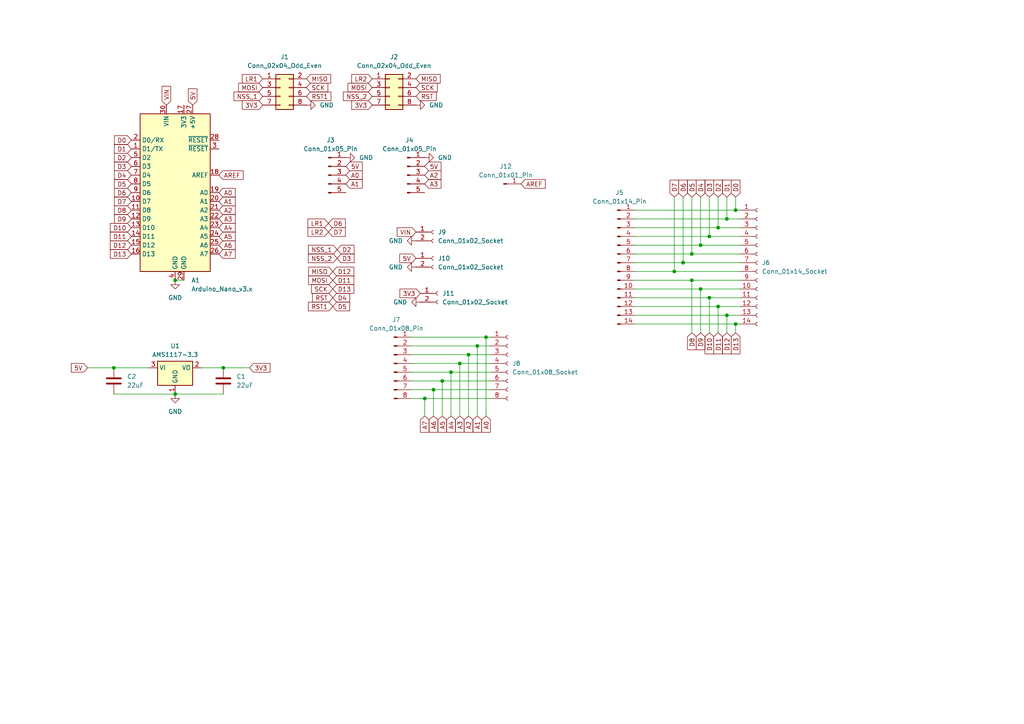
<source format=kicad_sch>
(kicad_sch (version 20250114) (generator "eeschema") (generator_version "9.0")
  (paper "A4")
  (lib_symbols
    (symbol "Connector:Conn_01x01_Pin" (pin_names (offset 1.016) (hide yes))
      (property "Reference" "J" (at 0 2.54 0))
      (property "Value" "Conn_01x01_Pin" (at 0 -2.54 0))
      (symbol "Conn_01x01_Pin_1_1"
        (rectangle (start 0.8636 0.127) (end 0 -0.127) (stroke (width 0.1524)) (fill (type outline)))
        (polyline (pts (xy 1.27 0) (xy 0.8636 0)) (stroke (width 0.1524)))
        (pin passive line (at 5.08 0 180) (length 3.81) (name "Pin_1") (number "1"))
      )
    )
    (symbol "Connector:Conn_01x02_Socket" (pin_names (offset 1.016) (hide yes))
      (property "Reference" "J" (at 0 2.54 0))
      (property "Value" "Conn_01x02_Socket" (at 0 -5.08 0))
      (symbol "Conn_01x02_Socket_1_1"
        (polyline (pts (xy -1.27 0) (xy -0.508 0)) (stroke (width 0.1524)))
        (polyline (pts (xy -1.27 -2.54) (xy -0.508 -2.54)) (stroke (width 0.1524)))
        (arc (start 0 -0.508) (mid -0.5058 0) (end 0 0.508) (stroke (width 0.1524)))
        (arc (start 0 -3.048) (mid -0.5058 -2.54) (end 0 -2.032) (stroke (width 0.1524)))
        (pin passive line (at -5.08 0 0) (length 3.81) (name "Pin_1") (number "1"))
        (pin passive line (at -5.08 -2.54 0) (length 3.81) (name "Pin_2") (number "2"))
      )
    )
    (symbol "Connector:Conn_01x05_Pin" (pin_names (offset 1.016) (hide yes))
      (property "Reference" "J" (at 0 7.62 0))
      (property "Value" "Conn_01x05_Pin" (at 0 -7.62 0))
      (symbol "Conn_01x05_Pin_1_1"
        (rectangle (start 0.8636 5.207) (end 0 4.953) (stroke (width 0.1524)) (fill (type outline)))
        (rectangle (start 0.8636 2.667) (end 0 2.413) (stroke (width 0.1524)) (fill (type outline)))
        (rectangle (start 0.8636 0.127) (end 0 -0.127) (stroke (width 0.1524)) (fill (type outline)))
        (rectangle (start 0.8636 -2.413) (end 0 -2.667) (stroke (width 0.1524)) (fill (type outline)))
        (rectangle (start 0.8636 -4.953) (end 0 -5.207) (stroke (width 0.1524)) (fill (type outline)))
        (polyline (pts (xy 1.27 5.08) (xy 0.8636 5.08)) (stroke (width 0.1524)))
        (polyline (pts (xy 1.27 2.54) (xy 0.8636 2.54)) (stroke (width 0.1524)))
        (polyline (pts (xy 1.27 0) (xy 0.8636 0)) (stroke (width 0.1524)))
        (polyline (pts (xy 1.27 -2.54) (xy 0.8636 -2.54)) (stroke (width 0.1524)))
        (polyline (pts (xy 1.27 -5.08) (xy 0.8636 -5.08)) (stroke (width 0.1524)))
        (pin passive line (at 5.08 5.08 180) (length 3.81) (name "Pin_1") (number "1"))
        (pin passive line (at 5.08 2.54 180) (length 3.81) (name "Pin_2") (number "2"))
        (pin passive line (at 5.08 0 180) (length 3.81) (name "Pin_3") (number "3"))
        (pin passive line (at 5.08 -2.54 180) (length 3.81) (name "Pin_4") (number "4"))
        (pin passive line (at 5.08 -5.08 180) (length 3.81) (name "Pin_5") (number "5"))
      )
    )
    (symbol "Connector:Conn_01x08_Pin" (pin_names (offset 1.016) (hide yes))
      (property "Reference" "J" (at 0 10.16 0))
      (property "Value" "Conn_01x08_Pin" (at 0 -12.7 0))
      (symbol "Conn_01x08_Pin_1_1"
        (rectangle (start 0.8636 7.747) (end 0 7.493) (stroke (width 0.1524)) (fill (type outline)))
        (rectangle (start 0.8636 5.207) (end 0 4.953) (stroke (width 0.1524)) (fill (type outline)))
        (rectangle (start 0.8636 2.667) (end 0 2.413) (stroke (width 0.1524)) (fill (type outline)))
        (rectangle (start 0.8636 0.127) (end 0 -0.127) (stroke (width 0.1524)) (fill (type outline)))
        (rectangle (start 0.8636 -2.413) (end 0 -2.667) (stroke (width 0.1524)) (fill (type outline)))
        (rectangle (start 0.8636 -4.953) (end 0 -5.207) (stroke (width 0.1524)) (fill (type outline)))
        (rectangle (start 0.8636 -7.493) (end 0 -7.747) (stroke (width 0.1524)) (fill (type outline)))
        (rectangle (start 0.8636 -10.033) (end 0 -10.287) (stroke (width 0.1524)) (fill (type outline)))
        (polyline (pts (xy 1.27 7.62) (xy 0.8636 7.62)) (stroke (width 0.1524)))
        (polyline (pts (xy 1.27 5.08) (xy 0.8636 5.08)) (stroke (width 0.1524)))
        (polyline (pts (xy 1.27 2.54) (xy 0.8636 2.54)) (stroke (width 0.1524)))
        (polyline (pts (xy 1.27 0) (xy 0.8636 0)) (stroke (width 0.1524)))
        (polyline (pts (xy 1.27 -2.54) (xy 0.8636 -2.54)) (stroke (width 0.1524)))
        (polyline (pts (xy 1.27 -5.08) (xy 0.8636 -5.08)) (stroke (width 0.1524)))
        (polyline (pts (xy 1.27 -7.62) (xy 0.8636 -7.62)) (stroke (width 0.1524)))
        (polyline (pts (xy 1.27 -10.16) (xy 0.8636 -10.16)) (stroke (width 0.1524)))
        (pin passive line (at 5.08 7.62 180) (length 3.81) (name "Pin_1") (number "1"))
        (pin passive line (at 5.08 5.08 180) (length 3.81) (name "Pin_2") (number "2"))
        (pin passive line (at 5.08 2.54 180) (length 3.81) (name "Pin_3") (number "3"))
        (pin passive line (at 5.08 0 180) (length 3.81) (name "Pin_4") (number "4"))
        (pin passive line (at 5.08 -2.54 180) (length 3.81) (name "Pin_5") (number "5"))
        (pin passive line (at 5.08 -5.08 180) (length 3.81) (name "Pin_6") (number "6"))
        (pin passive line (at 5.08 -7.62 180) (length 3.81) (name "Pin_7") (number "7"))
        (pin passive line (at 5.08 -10.16 180) (length 3.81) (name "Pin_8") (number "8"))
      )
    )
    (symbol "Connector:Conn_01x08_Socket" (pin_names (offset 1.016) (hide yes))
      (property "Reference" "J" (at 0 10.16 0))
      (property "Value" "Conn_01x08_Socket" (at 0 -12.7 0))
      (symbol "Conn_01x08_Socket_1_1"
        (polyline (pts (xy -1.27 7.62) (xy -0.508 7.62)) (stroke (width 0.1524)))
        (polyline (pts (xy -1.27 5.08) (xy -0.508 5.08)) (stroke (width 0.1524)))
        (polyline (pts (xy -1.27 2.54) (xy -0.508 2.54)) (stroke (width 0.1524)))
        (polyline (pts (xy -1.27 0) (xy -0.508 0)) (stroke (width 0.1524)))
        (polyline (pts (xy -1.27 -2.54) (xy -0.508 -2.54)) (stroke (width 0.1524)))
        (polyline (pts (xy -1.27 -5.08) (xy -0.508 -5.08)) (stroke (width 0.1524)))
        (polyline (pts (xy -1.27 -7.62) (xy -0.508 -7.62)) (stroke (width 0.1524)))
        (polyline (pts (xy -1.27 -10.16) (xy -0.508 -10.16)) (stroke (width 0.1524)))
        (arc (start 0 7.112) (mid -0.5058 7.62) (end 0 8.128) (stroke (width 0.1524)))
        (arc (start 0 4.572) (mid -0.5058 5.08) (end 0 5.588) (stroke (width 0.1524)))
        (arc (start 0 2.032) (mid -0.5058 2.54) (end 0 3.048) (stroke (width 0.1524)))
        (arc (start 0 -0.508) (mid -0.5058 0) (end 0 0.508) (stroke (width 0.1524)))
        (arc (start 0 -3.048) (mid -0.5058 -2.54) (end 0 -2.032) (stroke (width 0.1524)))
        (arc (start 0 -5.588) (mid -0.5058 -5.08) (end 0 -4.572) (stroke (width 0.1524)))
        (arc (start 0 -8.128) (mid -0.5058 -7.62) (end 0 -7.112) (stroke (width 0.1524)))
        (arc (start 0 -10.668) (mid -0.5058 -10.16) (end 0 -9.652) (stroke (width 0.1524)))
        (pin passive line (at -5.08 7.62 0) (length 3.81) (name "Pin_1") (number "1"))
        (pin passive line (at -5.08 5.08 0) (length 3.81) (name "Pin_2") (number "2"))
        (pin passive line (at -5.08 2.54 0) (length 3.81) (name "Pin_3") (number "3"))
        (pin passive line (at -5.08 0 0) (length 3.81) (name "Pin_4") (number "4"))
        (pin passive line (at -5.08 -2.54 0) (length 3.81) (name "Pin_5") (number "5"))
        (pin passive line (at -5.08 -5.08 0) (length 3.81) (name "Pin_6") (number "6"))
        (pin passive line (at -5.08 -7.62 0) (length 3.81) (name "Pin_7") (number "7"))
        (pin passive line (at -5.08 -10.16 0) (length 3.81) (name "Pin_8") (number "8"))
      )
    )
    (symbol "Connector:Conn_01x14_Pin" (pin_names (offset 1.016) (hide yes))
      (property "Reference" "J" (at 0 17.78 0))
      (property "Value" "Conn_01x14_Pin" (at 0 -20.32 0))
      (symbol "Conn_01x14_Pin_1_1"
        (rectangle (start 0.8636 15.367) (end 0 15.113) (stroke (width 0.1524)) (fill (type outline)))
        (rectangle (start 0.8636 12.827) (end 0 12.573) (stroke (width 0.1524)) (fill (type outline)))
        (rectangle (start 0.8636 10.287) (end 0 10.033) (stroke (width 0.1524)) (fill (type outline)))
        (rectangle (start 0.8636 7.747) (end 0 7.493) (stroke (width 0.1524)) (fill (type outline)))
        (rectangle (start 0.8636 5.207) (end 0 4.953) (stroke (width 0.1524)) (fill (type outline)))
        (rectangle (start 0.8636 2.667) (end 0 2.413) (stroke (width 0.1524)) (fill (type outline)))
        (rectangle (start 0.8636 0.127) (end 0 -0.127) (stroke (width 0.1524)) (fill (type outline)))
        (rectangle (start 0.8636 -2.413) (end 0 -2.667) (stroke (width 0.1524)) (fill (type outline)))
        (rectangle (start 0.8636 -4.953) (end 0 -5.207) (stroke (width 0.1524)) (fill (type outline)))
        (rectangle (start 0.8636 -7.493) (end 0 -7.747) (stroke (width 0.1524)) (fill (type outline)))
        (rectangle (start 0.8636 -10.033) (end 0 -10.287) (stroke (width 0.1524)) (fill (type outline)))
        (rectangle (start 0.8636 -12.573) (end 0 -12.827) (stroke (width 0.1524)) (fill (type outline)))
        (rectangle (start 0.8636 -15.113) (end 0 -15.367) (stroke (width 0.1524)) (fill (type outline)))
        (rectangle (start 0.8636 -17.653) (end 0 -17.907) (stroke (width 0.1524)) (fill (type outline)))
        (polyline (pts (xy 1.27 15.24) (xy 0.8636 15.24)) (stroke (width 0.1524)))
        (polyline (pts (xy 1.27 12.7) (xy 0.8636 12.7)) (stroke (width 0.1524)))
        (polyline (pts (xy 1.27 10.16) (xy 0.8636 10.16)) (stroke (width 0.1524)))
        (polyline (pts (xy 1.27 7.62) (xy 0.8636 7.62)) (stroke (width 0.1524)))
        (polyline (pts (xy 1.27 5.08) (xy 0.8636 5.08)) (stroke (width 0.1524)))
        (polyline (pts (xy 1.27 2.54) (xy 0.8636 2.54)) (stroke (width 0.1524)))
        (polyline (pts (xy 1.27 0) (xy 0.8636 0)) (stroke (width 0.1524)))
        (polyline (pts (xy 1.27 -2.54) (xy 0.8636 -2.54)) (stroke (width 0.1524)))
        (polyline (pts (xy 1.27 -5.08) (xy 0.8636 -5.08)) (stroke (width 0.1524)))
        (polyline (pts (xy 1.27 -7.62) (xy 0.8636 -7.62)) (stroke (width 0.1524)))
        (polyline (pts (xy 1.27 -10.16) (xy 0.8636 -10.16)) (stroke (width 0.1524)))
        (polyline (pts (xy 1.27 -12.7) (xy 0.8636 -12.7)) (stroke (width 0.1524)))
        (polyline (pts (xy 1.27 -15.24) (xy 0.8636 -15.24)) (stroke (width 0.1524)))
        (polyline (pts (xy 1.27 -17.78) (xy 0.8636 -17.78)) (stroke (width 0.1524)))
        (pin passive line (at 5.08 15.24 180) (length 3.81) (name "Pin_1") (number "1"))
        (pin passive line (at 5.08 12.7 180) (length 3.81) (name "Pin_2") (number "2"))
        (pin passive line (at 5.08 10.16 180) (length 3.81) (name "Pin_3") (number "3"))
        (pin passive line (at 5.08 7.62 180) (length 3.81) (name "Pin_4") (number "4"))
        (pin passive line (at 5.08 5.08 180) (length 3.81) (name "Pin_5") (number "5"))
        (pin passive line (at 5.08 2.54 180) (length 3.81) (name "Pin_6") (number "6"))
        (pin passive line (at 5.08 0 180) (length 3.81) (name "Pin_7") (number "7"))
        (pin passive line (at 5.08 -2.54 180) (length 3.81) (name "Pin_8") (number "8"))
        (pin passive line (at 5.08 -5.08 180) (length 3.81) (name "Pin_9") (number "9"))
        (pin passive line (at 5.08 -7.62 180) (length 3.81) (name "Pin_10") (number "10"))
        (pin passive line (at 5.08 -10.16 180) (length 3.81) (name "Pin_11") (number "11"))
        (pin passive line (at 5.08 -12.7 180) (length 3.81) (name "Pin_12") (number "12"))
        (pin passive line (at 5.08 -15.24 180) (length 3.81) (name "Pin_13") (number "13"))
        (pin passive line (at 5.08 -17.78 180) (length 3.81) (name "Pin_14") (number "14"))
      )
    )
    (symbol "Connector:Conn_01x14_Socket" (pin_names (offset 1.016) (hide yes))
      (property "Reference" "J" (at 0 17.78 0))
      (property "Value" "Conn_01x14_Socket" (at 0 -20.32 0))
      (symbol "Conn_01x14_Socket_1_1"
        (polyline (pts (xy -1.27 15.24) (xy -0.508 15.24)) (stroke (width 0.1524)))
        (polyline (pts (xy -1.27 12.7) (xy -0.508 12.7)) (stroke (width 0.1524)))
        (polyline (pts (xy -1.27 10.16) (xy -0.508 10.16)) (stroke (width 0.1524)))
        (polyline (pts (xy -1.27 7.62) (xy -0.508 7.62)) (stroke (width 0.1524)))
        (polyline (pts (xy -1.27 5.08) (xy -0.508 5.08)) (stroke (width 0.1524)))
        (polyline (pts (xy -1.27 2.54) (xy -0.508 2.54)) (stroke (width 0.1524)))
        (polyline (pts (xy -1.27 0) (xy -0.508 0)) (stroke (width 0.1524)))
        (polyline (pts (xy -1.27 -2.54) (xy -0.508 -2.54)) (stroke (width 0.1524)))
        (polyline (pts (xy -1.27 -5.08) (xy -0.508 -5.08)) (stroke (width 0.1524)))
        (polyline (pts (xy -1.27 -7.62) (xy -0.508 -7.62)) (stroke (width 0.1524)))
        (polyline (pts (xy -1.27 -10.16) (xy -0.508 -10.16)) (stroke (width 0.1524)))
        (polyline (pts (xy -1.27 -12.7) (xy -0.508 -12.7)) (stroke (width 0.1524)))
        (polyline (pts (xy -1.27 -15.24) (xy -0.508 -15.24)) (stroke (width 0.1524)))
        (polyline (pts (xy -1.27 -17.78) (xy -0.508 -17.78)) (stroke (width 0.1524)))
        (arc (start 0 14.732) (mid -0.5058 15.24) (end 0 15.748) (stroke (width 0.1524)))
        (arc (start 0 12.192) (mid -0.5058 12.7) (end 0 13.208) (stroke (width 0.1524)))
        (arc (start 0 9.652) (mid -0.5058 10.16) (end 0 10.668) (stroke (width 0.1524)))
        (arc (start 0 7.112) (mid -0.5058 7.62) (end 0 8.128) (stroke (width 0.1524)))
        (arc (start 0 4.572) (mid -0.5058 5.08) (end 0 5.588) (stroke (width 0.1524)))
        (arc (start 0 2.032) (mid -0.5058 2.54) (end 0 3.048) (stroke (width 0.1524)))
        (arc (start 0 -0.508) (mid -0.5058 0) (end 0 0.508) (stroke (width 0.1524)))
        (arc (start 0 -3.048) (mid -0.5058 -2.54) (end 0 -2.032) (stroke (width 0.1524)))
        (arc (start 0 -5.588) (mid -0.5058 -5.08) (end 0 -4.572) (stroke (width 0.1524)))
        (arc (start 0 -8.128) (mid -0.5058 -7.62) (end 0 -7.112) (stroke (width 0.1524)))
        (arc (start 0 -10.668) (mid -0.5058 -10.16) (end 0 -9.652) (stroke (width 0.1524)))
        (arc (start 0 -13.208) (mid -0.5058 -12.7) (end 0 -12.192) (stroke (width 0.1524)))
        (arc (start 0 -15.748) (mid -0.5058 -15.24) (end 0 -14.732) (stroke (width 0.1524)))
        (arc (start 0 -18.288) (mid -0.5058 -17.78) (end 0 -17.272) (stroke (width 0.1524)))
        (pin passive line (at -5.08 15.24 0) (length 3.81) (name "Pin_1") (number "1"))
        (pin passive line (at -5.08 12.7 0) (length 3.81) (name "Pin_2") (number "2"))
        (pin passive line (at -5.08 10.16 0) (length 3.81) (name "Pin_3") (number "3"))
        (pin passive line (at -5.08 7.62 0) (length 3.81) (name "Pin_4") (number "4"))
        (pin passive line (at -5.08 5.08 0) (length 3.81) (name "Pin_5") (number "5"))
        (pin passive line (at -5.08 2.54 0) (length 3.81) (name "Pin_6") (number "6"))
        (pin passive line (at -5.08 0 0) (length 3.81) (name "Pin_7") (number "7"))
        (pin passive line (at -5.08 -2.54 0) (length 3.81) (name "Pin_8") (number "8"))
        (pin passive line (at -5.08 -5.08 0) (length 3.81) (name "Pin_9") (number "9"))
        (pin passive line (at -5.08 -7.62 0) (length 3.81) (name "Pin_10") (number "10"))
        (pin passive line (at -5.08 -10.16 0) (length 3.81) (name "Pin_11") (number "11"))
        (pin passive line (at -5.08 -12.7 0) (length 3.81) (name "Pin_12") (number "12"))
        (pin passive line (at -5.08 -15.24 0) (length 3.81) (name "Pin_13") (number "13"))
        (pin passive line (at -5.08 -17.78 0) (length 3.81) (name "Pin_14") (number "14"))
      )
    )
    (symbol "Connector_Generic:Conn_02x04_Odd_Even" (pin_names (offset 1.016) (hide yes))
      (property "Reference" "J" (at 1.27 5.08 0))
      (property "Value" "Conn_02x04_Odd_Even" (at 1.27 -7.62 0))
      (symbol "Conn_02x04_Odd_Even_1_1"
        (rectangle (start -1.27 3.81) (end 3.81 -6.35) (stroke (width 0.254)) (fill (type background)))
        (rectangle (start -1.27 2.667) (end 0 2.413) (stroke (width 0.1524)))
        (rectangle (start -1.27 0.127) (end 0 -0.127) (stroke (width 0.1524)))
        (rectangle (start -1.27 -2.413) (end 0 -2.667) (stroke (width 0.1524)))
        (rectangle (start -1.27 -4.953) (end 0 -5.207) (stroke (width 0.1524)))
        (rectangle (start 3.81 2.667) (end 2.54 2.413) (stroke (width 0.1524)))
        (rectangle (start 3.81 0.127) (end 2.54 -0.127) (stroke (width 0.1524)))
        (rectangle (start 3.81 -2.413) (end 2.54 -2.667) (stroke (width 0.1524)))
        (rectangle (start 3.81 -4.953) (end 2.54 -5.207) (stroke (width 0.1524)))
        (pin passive line (at -5.08 2.54 0) (length 3.81) (name "Pin_1") (number "1"))
        (pin passive line (at -5.08 0 0) (length 3.81) (name "Pin_3") (number "3"))
        (pin passive line (at -5.08 -2.54 0) (length 3.81) (name "Pin_5") (number "5"))
        (pin passive line (at -5.08 -5.08 0) (length 3.81) (name "Pin_7") (number "7"))
        (pin passive line (at 7.62 2.54 180) (length 3.81) (name "Pin_2") (number "2"))
        (pin passive line (at 7.62 0 180) (length 3.81) (name "Pin_4") (number "4"))
        (pin passive line (at 7.62 -2.54 180) (length 3.81) (name "Pin_6") (number "6"))
        (pin passive line (at 7.62 -5.08 180) (length 3.81) (name "Pin_8") (number "8"))
      )
    )
    (symbol "Device:C" (pin_numbers (hide yes)) (pin_names (offset 0.254))
      (property "Reference" "C" (at 0.635 2.54 0))
      (property "Value" "C" (at 0.635 -2.54 0))
      (symbol "C_0_1"
        (polyline (pts (xy -2.032 0.762) (xy 2.032 0.762)) (stroke (width 0.508)))
        (polyline (pts (xy -2.032 -0.762) (xy 2.032 -0.762)) (stroke (width 0.508)))
      )
      (symbol "C_1_1"
        (pin passive line (at 0 3.81 270) (length 2.794) (name "~") (number "1"))
        (pin passive line (at 0 -3.81 90) (length 2.794) (name "~") (number "2"))
      )
    )
    (symbol "MCU_Module:Arduino_Nano_v3.x"
      (property "Reference" "A" (at -10.16 23.495 0))
      (property "Value" "Arduino_Nano_v3.x" (at 5.08 -24.13 0))
      (symbol "Arduino_Nano_v3.x_0_1"
        (rectangle (start -10.16 22.86) (end 10.16 -22.86) (stroke (width 0.254)) (fill (type background)))
      )
      (symbol "Arduino_Nano_v3.x_1_1"
        (pin bidirectional line (at -12.7 15.24 0) (length 2.54) (name "D0/RX") (number "2"))
        (pin bidirectional line (at -12.7 12.7 0) (length 2.54) (name "D1/TX") (number "1"))
        (pin bidirectional line (at -12.7 10.16 0) (length 2.54) (name "D2") (number "5"))
        (pin bidirectional line (at -12.7 7.62 0) (length 2.54) (name "D3") (number "6"))
        (pin bidirectional line (at -12.7 5.08 0) (length 2.54) (name "D4") (number "7"))
        (pin bidirectional line (at -12.7 2.54 0) (length 2.54) (name "D5") (number "8"))
        (pin bidirectional line (at -12.7 0 0) (length 2.54) (name "D6") (number "9"))
        (pin bidirectional line (at -12.7 -2.54 0) (length 2.54) (name "D7") (number "10"))
        (pin bidirectional line (at -12.7 -5.08 0) (length 2.54) (name "D8") (number "11"))
        (pin bidirectional line (at -12.7 -7.62 0) (length 2.54) (name "D9") (number "12"))
        (pin bidirectional line (at -12.7 -10.16 0) (length 2.54) (name "D10") (number "13"))
        (pin bidirectional line (at -12.7 -12.7 0) (length 2.54) (name "D11") (number "14"))
        (pin bidirectional line (at -12.7 -15.24 0) (length 2.54) (name "D12") (number "15"))
        (pin bidirectional line (at -12.7 -17.78 0) (length 2.54) (name "D13") (number "16"))
        (pin power_in line (at -2.54 25.4 270) (length 2.54) (name "VIN") (number "30"))
        (pin power_in line (at 0 -25.4 90) (length 2.54) (name "GND") (number "4"))
        (pin power_out line (at 2.54 25.4 270) (length 2.54) (name "3V3") (number "17"))
        (pin power_in line (at 2.54 -25.4 90) (length 2.54) (name "GND") (number "29"))
        (pin power_out line (at 5.08 25.4 270) (length 2.54) (name "+5V") (number "27"))
        (pin input line (at 12.7 15.24 180) (length 2.54) (name "~{RESET}") (number "28"))
        (pin input line (at 12.7 12.7 180) (length 2.54) (name "~{RESET}") (number "3"))
        (pin input line (at 12.7 5.08 180) (length 2.54) (name "AREF") (number "18"))
        (pin bidirectional line (at 12.7 0 180) (length 2.54) (name "A0") (number "19"))
        (pin bidirectional line (at 12.7 -2.54 180) (length 2.54) (name "A1") (number "20"))
        (pin bidirectional line (at 12.7 -5.08 180) (length 2.54) (name "A2") (number "21"))
        (pin bidirectional line (at 12.7 -7.62 180) (length 2.54) (name "A3") (number "22"))
        (pin bidirectional line (at 12.7 -10.16 180) (length 2.54) (name "A4") (number "23"))
        (pin bidirectional line (at 12.7 -12.7 180) (length 2.54) (name "A5") (number "24"))
        (pin bidirectional line (at 12.7 -15.24 180) (length 2.54) (name "A6") (number "25"))
        (pin bidirectional line (at 12.7 -17.78 180) (length 2.54) (name "A7") (number "26"))
      )
    )
    (symbol "Regulator_Linear:AMS1117-3.3"
      (property "Reference" "U" (at -3.81 3.175 0))
      (property "Value" "AMS1117-3.3" (at 0 3.175 0))
      (symbol "AMS1117-3.3_0_1"
        (rectangle (start -5.08 -5.08) (end 5.08 1.905) (stroke (width 0.254)) (fill (type background)))
      )
      (symbol "AMS1117-3.3_1_1"
        (pin power_in line (at -7.62 0 0) (length 2.54) (name "VI") (number "3"))
        (pin power_in line (at 0 -7.62 90) (length 2.54) (name "GND") (number "1"))
        (pin power_out line (at 7.62 0 180) (length 2.54) (name "VO") (number "2"))
      )
    )
    (symbol "power:GND" (power) (pin_numbers (hide yes)) (pin_names (offset 0) (hide yes))
      (property "Value" "GND" (at 0 -3.81 0))
      (symbol "GND_0_1"
        (polyline (pts (xy 0 0) (xy 0 -1.27) (xy 1.27 -1.27) (xy 0 -2.54) (xy -1.27 -1.27) (xy 0 -1.27)))
      )
      (symbol "GND_1_1"
        (pin power_in line (at 0 0 270) (length 0) (name "~") (number "1"))
      )
    )
  )
  (junction (at 200.66 81.28))
  (junction (at 205.74 86.36))
  (junction (at 140.97 97.79))
  (junction (at 200.66 73.66))
  (junction (at 213.36 60.96))
  (junction (at 198.12 76.2))
  (junction (at 123.19 115.57))
  (junction (at 210.82 91.44))
  (junction (at 208.28 88.9))
  (junction (at 128.27 110.49))
  (junction (at 130.81 107.95))
  (junction (at 210.82 63.5))
  (junction (at 133.35 105.41))
  (junction (at 205.74 68.58))
  (junction (at 138.43 100.33))
  (junction (at 208.28 66.04))
  (junction (at 203.2 71.12))
  (junction (at 213.36 93.98))
  (junction (at 50.8 114.3))
  (junction (at 203.2 83.82))
  (junction (at 195.58 78.74))
  (junction (at 50.8 81.28))
  (junction (at 64.77 106.68))
  (junction (at 33.02 106.68))
  (junction (at 135.89 102.87))
  (junction (at 125.73 113.03))
  (wire (pts (xy 64.77 106.68) (xy 72.39 106.68)))
  (wire (pts (xy 184.15 68.58) (xy 205.74 68.58)))
  (wire (pts (xy 184.15 93.98) (xy 213.36 93.98)))
  (wire (pts (xy 210.82 63.5) (xy 214.63 63.5)))
  (wire (pts (xy 184.15 91.44) (xy 210.82 91.44)))
  (wire (pts (xy 203.2 83.82) (xy 214.63 83.82)))
  (wire (pts (xy 195.58 78.74) (xy 214.63 78.74)))
  (wire (pts (xy 138.43 100.33) (xy 142.24 100.33)))
  (wire (pts (xy 33.02 106.68) (xy 43.18 106.68)))
  (wire (pts (xy 203.2 71.12) (xy 214.63 71.12)))
  (wire (pts (xy 208.28 66.04) (xy 214.63 66.04)))
  (wire (pts (xy 200.66 81.28) (xy 200.66 96.52)))
  (wire (pts (xy 184.15 86.36) (xy 205.74 86.36)))
  (wire (pts (xy 119.38 115.57) (xy 123.19 115.57)))
  (wire (pts (xy 140.97 97.79) (xy 142.24 97.79)))
  (wire (pts (xy 119.38 102.87) (xy 135.89 102.87)))
  (wire (pts (xy 50.8 81.28) (xy 53.34 81.28)))
  (wire (pts (xy 140.97 97.79) (xy 140.97 120.65)))
  (wire (pts (xy 184.15 76.2) (xy 198.12 76.2)))
  (wire (pts (xy 128.27 120.65) (xy 128.27 110.49)))
  (wire (pts (xy 210.82 91.44) (xy 210.82 96.52)))
  (wire (pts (xy 184.15 63.5) (xy 210.82 63.5)))
  (wire (pts (xy 208.28 88.9) (xy 208.28 96.52)))
  (wire (pts (xy 25.4 106.68) (xy 33.02 106.68)))
  (wire (pts (xy 138.43 100.33) (xy 138.43 120.65)))
  (wire (pts (xy 205.74 68.58) (xy 214.63 68.58)))
  (wire (pts (xy 208.28 88.9) (xy 214.63 88.9)))
  (wire (pts (xy 210.82 57.15) (xy 210.82 63.5)))
  (wire (pts (xy 184.15 78.74) (xy 195.58 78.74)))
  (wire (pts (xy 125.73 113.03) (xy 125.73 120.65)))
  (wire (pts (xy 203.2 57.15) (xy 203.2 71.12)))
  (wire (pts (xy 184.15 60.96) (xy 213.36 60.96)))
  (wire (pts (xy 198.12 76.2) (xy 214.63 76.2)))
  (wire (pts (xy 184.15 66.04) (xy 208.28 66.04)))
  (wire (pts (xy 203.2 83.82) (xy 203.2 96.52)))
  (wire (pts (xy 123.19 115.57) (xy 142.24 115.57)))
  (wire (pts (xy 119.38 105.41) (xy 133.35 105.41)))
  (wire (pts (xy 130.81 107.95) (xy 142.24 107.95)))
  (wire (pts (xy 184.15 88.9) (xy 208.28 88.9)))
  (wire (pts (xy 130.81 107.95) (xy 130.81 120.65)))
  (wire (pts (xy 198.12 57.15) (xy 198.12 76.2)))
  (wire (pts (xy 213.36 60.96) (xy 214.63 60.96)))
  (wire (pts (xy 125.73 113.03) (xy 142.24 113.03)))
  (wire (pts (xy 200.66 57.15) (xy 200.66 73.66)))
  (wire (pts (xy 119.38 110.49) (xy 128.27 110.49)))
  (wire (pts (xy 184.15 71.12) (xy 203.2 71.12)))
  (wire (pts (xy 119.38 100.33) (xy 138.43 100.33)))
  (wire (pts (xy 119.38 107.95) (xy 130.81 107.95)))
  (wire (pts (xy 213.36 93.98) (xy 214.63 93.98)))
  (wire (pts (xy 119.38 97.79) (xy 140.97 97.79)))
  (wire (pts (xy 133.35 105.41) (xy 142.24 105.41)))
  (wire (pts (xy 213.36 93.98) (xy 213.36 96.52)))
  (wire (pts (xy 184.15 81.28) (xy 200.66 81.28)))
  (wire (pts (xy 210.82 91.44) (xy 214.63 91.44)))
  (wire (pts (xy 184.15 73.66) (xy 200.66 73.66)))
  (wire (pts (xy 119.38 113.03) (xy 125.73 113.03)))
  (wire (pts (xy 200.66 73.66) (xy 214.63 73.66)))
  (wire (pts (xy 200.66 81.28) (xy 214.63 81.28)))
  (wire (pts (xy 135.89 102.87) (xy 142.24 102.87)))
  (wire (pts (xy 128.27 110.49) (xy 142.24 110.49)))
  (wire (pts (xy 133.35 105.41) (xy 133.35 120.65)))
  (wire (pts (xy 50.8 114.3) (xy 64.77 114.3)))
  (wire (pts (xy 213.36 57.15) (xy 213.36 60.96)))
  (wire (pts (xy 195.58 57.15) (xy 195.58 78.74)))
  (wire (pts (xy 208.28 57.15) (xy 208.28 66.04)))
  (wire (pts (xy 135.89 102.87) (xy 135.89 120.65)))
  (wire (pts (xy 205.74 86.36) (xy 214.63 86.36)))
  (wire (pts (xy 184.15 83.82) (xy 203.2 83.82)))
  (wire (pts (xy 33.02 114.3) (xy 50.8 114.3)))
  (wire (pts (xy 123.19 115.57) (xy 123.19 120.65)))
  (wire (pts (xy 205.74 86.36) (xy 205.74 96.52)))
  (wire (pts (xy 205.74 57.15) (xy 205.74 68.58)))
  (wire (pts (xy 58.42 106.68) (xy 64.77 106.68)))
  (global_label "3V3" (shape input) (at 72.39 106.68 0) (property "Intersheetrefs" "${INTERSHEET_REFS}" (effects (hide yes))))
  (global_label "D11" (shape input) (at 96.52 81.28 0) (property "Intersheetrefs" "${INTERSHEET_REFS}" (effects (hide yes))))
  (global_label "RST1" (shape input) (at 88.9 27.94 0) (property "Intersheetrefs" "${INTERSHEET_REFS}" (effects (hide yes))))
  (global_label "RST" (shape input) (at 96.52 86.36 180) (property "Intersheetrefs" "${INTERSHEET_REFS}" (effects (hide yes))))
  (global_label "MOSI" (shape input) (at 107.95 25.4 180) (property "Intersheetrefs" "${INTERSHEET_REFS}" (effects (hide yes))))
  (global_label "LR1" (shape input) (at 95.25 64.77 180) (property "Intersheetrefs" "${INTERSHEET_REFS}" (effects (hide yes))))
  (global_label "NSS_2" (shape input) (at 97.79 74.93 180) (property "Intersheetrefs" "${INTERSHEET_REFS}" (effects (hide yes))))
  (global_label "A3" (shape input) (at 63.5 63.5 0) (property "Intersheetrefs" "${INTERSHEET_REFS}" (effects (hide yes))))
  (global_label "D13" (shape input) (at 96.52 83.82 0) (property "Intersheetrefs" "${INTERSHEET_REFS}" (effects (hide yes))))
  (global_label "D6" (shape input) (at 198.12 57.15 90) (property "Intersheetrefs" "${INTERSHEET_REFS}" (effects (hide yes))))
  (global_label "3V3" (shape input) (at 76.2 30.48 180) (property "Intersheetrefs" "${INTERSHEET_REFS}" (effects (hide yes))))
  (global_label "D12" (shape input) (at 38.1 71.12 180) (property "Intersheetrefs" "${INTERSHEET_REFS}" (effects (hide yes))))
  (global_label "A0" (shape input) (at 140.97 120.65 270) (property "Intersheetrefs" "${INTERSHEET_REFS}" (effects (hide yes))))
  (global_label "D4" (shape input) (at 203.2 57.15 90) (property "Intersheetrefs" "${INTERSHEET_REFS}" (effects (hide yes))))
  (global_label "D12" (shape input) (at 96.52 78.74 0) (property "Intersheetrefs" "${INTERSHEET_REFS}" (effects (hide yes))))
  (global_label "A0" (shape input) (at 63.5 55.88 0) (property "Intersheetrefs" "${INTERSHEET_REFS}" (effects (hide yes))))
  (global_label "MISO" (shape input) (at 88.9 22.86 0) (property "Intersheetrefs" "${INTERSHEET_REFS}" (effects (hide yes))))
  (global_label "D2" (shape input) (at 208.28 57.15 90) (property "Intersheetrefs" "${INTERSHEET_REFS}" (effects (hide yes))))
  (global_label "D3" (shape input) (at 38.1 48.26 180) (property "Intersheetrefs" "${INTERSHEET_REFS}" (effects (hide yes))))
  (global_label "A7" (shape input) (at 123.19 120.65 270) (property "Intersheetrefs" "${INTERSHEET_REFS}" (effects (hide yes))))
  (global_label "D4" (shape input) (at 96.52 86.36 0) (property "Intersheetrefs" "${INTERSHEET_REFS}" (effects (hide yes))))
  (global_label "D8" (shape input) (at 38.1 60.96 180) (property "Intersheetrefs" "${INTERSHEET_REFS}" (effects (hide yes))))
  (global_label "A1" (shape input) (at 138.43 120.65 270) (property "Intersheetrefs" "${INTERSHEET_REFS}" (effects (hide yes))))
  (global_label "A3" (shape input) (at 133.35 120.65 270) (property "Intersheetrefs" "${INTERSHEET_REFS}" (effects (hide yes))))
  (global_label "A7" (shape input) (at 63.5 73.66 0) (property "Intersheetrefs" "${INTERSHEET_REFS}" (effects (hide yes))))
  (global_label "D7" (shape input) (at 38.1 58.42 180) (property "Intersheetrefs" "${INTERSHEET_REFS}" (effects (hide yes))))
  (global_label "A4" (shape input) (at 63.5 66.04 0) (property "Intersheetrefs" "${INTERSHEET_REFS}" (effects (hide yes))))
  (global_label "5V" (shape input) (at 123.19 48.26 0) (property "Intersheetrefs" "${INTERSHEET_REFS}" (effects (hide yes))))
  (global_label "A3" (shape input) (at 123.19 53.34 0) (property "Intersheetrefs" "${INTERSHEET_REFS}" (effects (hide yes))))
  (global_label "SCK" (shape input) (at 96.52 83.82 180) (property "Intersheetrefs" "${INTERSHEET_REFS}" (effects (hide yes))))
  (global_label "D1" (shape input) (at 210.82 57.15 90) (property "Intersheetrefs" "${INTERSHEET_REFS}" (effects (hide yes))))
  (global_label "AREF" (shape input) (at 151.13 53.34 0) (property "Intersheetrefs" "${INTERSHEET_REFS}" (effects (hide yes))))
  (global_label "SCK" (shape input) (at 88.9 25.4 0) (property "Intersheetrefs" "${INTERSHEET_REFS}" (effects (hide yes))))
  (global_label "A5" (shape input) (at 63.5 68.58 0) (property "Intersheetrefs" "${INTERSHEET_REFS}" (effects (hide yes))))
  (global_label "RST" (shape input) (at 120.65 27.94 0) (property "Intersheetrefs" "${INTERSHEET_REFS}" (effects (hide yes))))
  (global_label "D3" (shape input) (at 205.74 57.15 90) (property "Intersheetrefs" "${INTERSHEET_REFS}" (effects (hide yes))))
  (global_label "D11" (shape input) (at 208.28 96.52 270) (property "Intersheetrefs" "${INTERSHEET_REFS}" (effects (hide yes))))
  (global_label "A1" (shape input) (at 63.5 58.42 0) (property "Intersheetrefs" "${INTERSHEET_REFS}" (effects (hide yes))))
  (global_label "3V3" (shape input) (at 121.92 85.09 180) (property "Intersheetrefs" "${INTERSHEET_REFS}" (effects (hide yes))))
  (global_label "5V" (shape input) (at 100.33 48.26 0) (property "Intersheetrefs" "${INTERSHEET_REFS}" (effects (hide yes))))
  (global_label "MISO" (shape input) (at 120.65 22.86 0) (property "Intersheetrefs" "${INTERSHEET_REFS}" (effects (hide yes))))
  (global_label "D12" (shape input) (at 210.82 96.52 270) (property "Intersheetrefs" "${INTERSHEET_REFS}" (effects (hide yes))))
  (global_label "LR1" (shape input) (at 76.2 22.86 180) (property "Intersheetrefs" "${INTERSHEET_REFS}" (effects (hide yes))))
  (global_label "NSS_2" (shape input) (at 107.95 27.94 180) (property "Intersheetrefs" "${INTERSHEET_REFS}" (effects (hide yes))))
  (global_label "D5" (shape input) (at 38.1 53.34 180) (property "Intersheetrefs" "${INTERSHEET_REFS}" (effects (hide yes))))
  (global_label "5V" (shape input) (at 55.88 30.48 90) (property "Intersheetrefs" "${INTERSHEET_REFS}" (effects (hide yes))))
  (global_label "D7" (shape input) (at 195.58 57.15 90) (property "Intersheetrefs" "${INTERSHEET_REFS}" (effects (hide yes))))
  (global_label "A2" (shape input) (at 123.19 50.8 0) (property "Intersheetrefs" "${INTERSHEET_REFS}" (effects (hide yes))))
  (global_label "D13" (shape input) (at 213.36 96.52 270) (property "Intersheetrefs" "${INTERSHEET_REFS}" (effects (hide yes))))
  (global_label "D0" (shape input) (at 38.1 40.64 180) (property "Intersheetrefs" "${INTERSHEET_REFS}" (effects (hide yes))))
  (global_label "D7" (shape input) (at 95.25 67.31 0) (property "Intersheetrefs" "${INTERSHEET_REFS}" (effects (hide yes))))
  (global_label "D5" (shape input) (at 96.52 88.9 0) (property "Intersheetrefs" "${INTERSHEET_REFS}" (effects (hide yes))))
  (global_label "D1" (shape input) (at 38.1 43.18 180) (property "Intersheetrefs" "${INTERSHEET_REFS}" (effects (hide yes))))
  (global_label "A2" (shape input) (at 135.89 120.65 270) (property "Intersheetrefs" "${INTERSHEET_REFS}" (effects (hide yes))))
  (global_label "D0" (shape input) (at 213.36 57.15 90) (property "Intersheetrefs" "${INTERSHEET_REFS}" (effects (hide yes))))
  (global_label "LR2" (shape input) (at 95.25 67.31 180) (property "Intersheetrefs" "${INTERSHEET_REFS}" (effects (hide yes))))
  (global_label "A1" (shape input) (at 100.33 53.34 0) (property "Intersheetrefs" "${INTERSHEET_REFS}" (effects (hide yes))))
  (global_label "RST1" (shape input) (at 96.52 88.9 180) (property "Intersheetrefs" "${INTERSHEET_REFS}" (effects (hide yes))))
  (global_label "D13" (shape input) (at 38.1 73.66 180) (property "Intersheetrefs" "${INTERSHEET_REFS}" (effects (hide yes))))
  (global_label "D2" (shape input) (at 97.79 72.39 0) (property "Intersheetrefs" "${INTERSHEET_REFS}" (effects (hide yes))))
  (global_label "D10" (shape input) (at 38.1 66.04 180) (property "Intersheetrefs" "${INTERSHEET_REFS}" (effects (hide yes))))
  (global_label "D2" (shape input) (at 38.1 45.72 180) (property "Intersheetrefs" "${INTERSHEET_REFS}" (effects (hide yes))))
  (global_label "A0" (shape input) (at 100.33 50.8 0) (property "Intersheetrefs" "${INTERSHEET_REFS}" (effects (hide yes))))
  (global_label "SCK" (shape input) (at 120.65 25.4 0) (property "Intersheetrefs" "${INTERSHEET_REFS}" (effects (hide yes))))
  (global_label "A4" (shape input) (at 130.81 120.65 270) (property "Intersheetrefs" "${INTERSHEET_REFS}" (effects (hide yes))))
  (global_label "A6" (shape input) (at 125.73 120.65 270) (property "Intersheetrefs" "${INTERSHEET_REFS}" (effects (hide yes))))
  (global_label "D8" (shape input) (at 200.66 96.52 270) (property "Intersheetrefs" "${INTERSHEET_REFS}" (effects (hide yes))))
  (global_label "AREF" (shape input) (at 63.5 50.8 0) (property "Intersheetrefs" "${INTERSHEET_REFS}" (effects (hide yes))))
  (global_label "VIN" (shape input) (at 48.26 30.48 90) (property "Intersheetrefs" "${INTERSHEET_REFS}" (effects (hide yes))))
  (global_label "MOSI" (shape input) (at 76.2 25.4 180) (property "Intersheetrefs" "${INTERSHEET_REFS}" (effects (hide yes))))
  (global_label "D9" (shape input) (at 38.1 63.5 180) (property "Intersheetrefs" "${INTERSHEET_REFS}" (effects (hide yes))))
  (global_label "A2" (shape input) (at 63.5 60.96 0) (property "Intersheetrefs" "${INTERSHEET_REFS}" (effects (hide yes))))
  (global_label "5V" (shape input) (at 25.4 106.68 180) (property "Intersheetrefs" "${INTERSHEET_REFS}" (effects (hide yes))))
  (global_label "A5" (shape input) (at 128.27 120.65 270) (property "Intersheetrefs" "${INTERSHEET_REFS}" (effects (hide yes))))
  (global_label "MOSI" (shape input) (at 96.52 81.28 180) (property "Intersheetrefs" "${INTERSHEET_REFS}" (effects (hide yes))))
  (global_label "MISO" (shape input) (at 96.52 78.74 180) (property "Intersheetrefs" "${INTERSHEET_REFS}" (effects (hide yes))))
  (global_label "A6" (shape input) (at 63.5 71.12 0) (property "Intersheetrefs" "${INTERSHEET_REFS}" (effects (hide yes))))
  (global_label "NSS_1" (shape input) (at 76.2 27.94 180) (property "Intersheetrefs" "${INTERSHEET_REFS}" (effects (hide yes))))
  (global_label "LR2" (shape input) (at 107.95 22.86 180) (property "Intersheetrefs" "${INTERSHEET_REFS}" (effects (hide yes))))
  (global_label "D6" (shape input) (at 95.25 64.77 0) (property "Intersheetrefs" "${INTERSHEET_REFS}" (effects (hide yes))))
  (global_label "5V" (shape input) (at 120.65 74.93 180) (property "Intersheetrefs" "${INTERSHEET_REFS}" (effects (hide yes))))
  (global_label "3V3" (shape input) (at 107.95 30.48 180) (property "Intersheetrefs" "${INTERSHEET_REFS}" (effects (hide yes))))
  (global_label "D5" (shape input) (at 200.66 57.15 90) (property "Intersheetrefs" "${INTERSHEET_REFS}" (effects (hide yes))))
  (global_label "D6" (shape input) (at 38.1 55.88 180) (property "Intersheetrefs" "${INTERSHEET_REFS}" (effects (hide yes))))
  (global_label "VIN" (shape input) (at 120.65 67.31 180) (property "Intersheetrefs" "${INTERSHEET_REFS}" (effects (hide yes))))
  (global_label "D9" (shape input) (at 203.2 96.52 270) (property "Intersheetrefs" "${INTERSHEET_REFS}" (effects (hide yes))))
  (global_label "D10" (shape input) (at 205.74 96.52 270) (property "Intersheetrefs" "${INTERSHEET_REFS}" (effects (hide yes))))
  (global_label "D4" (shape input) (at 38.1 50.8 180) (property "Intersheetrefs" "${INTERSHEET_REFS}" (effects (hide yes))))
  (global_label "D3" (shape input) (at 97.79 74.93 0) (property "Intersheetrefs" "${INTERSHEET_REFS}" (effects (hide yes))))
  (global_label "D11" (shape input) (at 38.1 68.58 180) (property "Intersheetrefs" "${INTERSHEET_REFS}" (effects (hide yes))))
  (global_label "NSS_1" (shape input) (at 97.79 72.39 180) (property "Intersheetrefs" "${INTERSHEET_REFS}" (effects (hide yes))))
  (symbol (lib_id "power:GND") (at 120.65 77.47 270) (unit 1)
    (property "Reference" "#PWR08" (effects (hide yes)))
    (property "Value" "GND" (at 116.84 77.4699 90) (effects (justify right)))
    (property "Description" "Power symbol creates a global label with name \"GND\" , ground" (effects (hide yes)))
  )
  (symbol (lib_id "Connector:Conn_01x05_Pin") (at 118.11 50.8 0) (unit 1)
    (property "Reference" "J4" (at 118.745 40.64 0))
    (property "Value" "Conn_01x05_Pin" (at 118.745 43.18 0))
    (property "Footprint" "Connector_PinHeader_2.54mm:PinHeader_1x05_P2.54mm_Vertical" (effects (hide yes)))
    (property "Description" "Generic connector, single row, 01x05, script generated" (effects (hide yes)))
  )
  (symbol (lib_id "Connector:Conn_01x14_Pin") (at 179.07 76.2 0) (unit 1)
    (property "Reference" "J5" (at 179.705 55.88 0))
    (property "Value" "Conn_01x14_Pin" (at 179.705 58.42 0))
    (property "Footprint" "Connector_PinHeader_2.54mm:PinHeader_1x14_P2.54mm_Vertical" (effects (hide yes)))
    (property "Description" "Generic connector, single row, 01x14, script generated" (effects (hide yes)))
  )
  (symbol (lib_id "power:GND") (at 50.8 81.28 0) (unit 1)
    (property "Reference" "#PWR02" (effects (hide yes)))
    (property "Value" "GND" (at 50.8 86.36 0))
    (property "Description" "Power symbol creates a global label with name \"GND\" , ground" (effects (hide yes)))
  )
  (symbol (lib_id "Connector:Conn_01x14_Socket") (at 219.71 76.2 0) (unit 1)
    (property "Reference" "J6" (at 220.98 76.1999 0) (effects (justify left)))
    (property "Value" "Conn_01x14_Socket" (at 220.98 78.7399 0) (effects (justify left)))
    (property "Footprint" "Connector_PinSocket_2.54mm:PinSocket_1x14_P2.54mm_Vertical" (effects (hide yes)))
    (property "Description" "Generic connector, single row, 01x14, script generated" (effects (hide yes)))
  )
  (symbol (lib_id "Device:C") (at 33.02 110.49 0) (unit 1)
    (property "Reference" "C2" (at 36.83 109.2199 0) (effects (justify left)))
    (property "Value" "22uF" (at 36.83 111.7599 0) (effects (justify left)))
    (property "Footprint" "Capacitor_SMD:C_0603_1608Metric" (effects (hide yes)))
    (property "Description" "Unpolarized capacitor" (effects (hide yes)))
  )
  (symbol (lib_id "power:GND") (at 88.9 30.48 90) (unit 1)
    (property "Reference" "#PWR04" (effects (hide yes)))
    (property "Value" "GND" (at 92.71 30.4799 90) (effects (justify right)))
    (property "Description" "Power symbol creates a global label with name \"GND\" , ground" (effects (hide yes)))
  )
  (symbol (lib_id "power:GND") (at 50.8 114.3 0) (unit 1)
    (property "Reference" "#PWR01" (effects (hide yes)))
    (property "Value" "GND" (at 50.8 119.38 0))
    (property "Description" "Power symbol creates a global label with name \"GND\" , ground" (effects (hide yes)))
  )
  (symbol (lib_id "power:GND") (at 120.65 30.48 90) (unit 1)
    (property "Reference" "#PWR05" (effects (hide yes)))
    (property "Value" "GND" (at 124.46 30.4799 90) (effects (justify right)))
    (property "Description" "Power symbol creates a global label with name \"GND\" , ground" (effects (hide yes)))
  )
  (symbol (lib_id "Connector:Conn_01x08_Pin") (at 114.3 105.41 0) (unit 1)
    (property "Reference" "J7" (at 114.935 92.71 0))
    (property "Value" "Conn_01x08_Pin" (at 114.935 95.25 0))
    (property "Footprint" "Connector_PinHeader_2.54mm:PinHeader_1x08_P2.54mm_Vertical" (effects (hide yes)))
    (property "Description" "Generic connector, single row, 01x08, script generated" (effects (hide yes)))
  )
  (symbol (lib_id "power:GND") (at 121.92 87.63 270) (unit 1)
    (property "Reference" "#PWR09" (effects (hide yes)))
    (property "Value" "GND" (at 118.11 87.6299 90) (effects (justify right)))
    (property "Description" "Power symbol creates a global label with name \"GND\" , ground" (effects (hide yes)))
  )
  (symbol (lib_id "Connector:Conn_01x05_Pin") (at 95.25 50.8 0) (unit 1)
    (property "Reference" "J3" (at 95.885 40.64 0))
    (property "Value" "Conn_01x05_Pin" (at 95.885 43.18 0))
    (property "Footprint" "Connector_PinHeader_2.54mm:PinHeader_1x05_P2.54mm_Vertical" (effects (hide yes)))
    (property "Description" "Generic connector, single row, 01x05, script generated" (effects (hide yes)))
  )
  (symbol (lib_id "power:GND") (at 123.19 45.72 90) (unit 1)
    (property "Reference" "#PWR06" (effects (hide yes)))
    (property "Value" "GND" (at 127 45.7199 90) (effects (justify right)))
    (property "Description" "Power symbol creates a global label with name \"GND\" , ground" (effects (hide yes)))
  )
  (symbol (lib_id "Connector:Conn_01x01_Pin") (at 146.05 53.34 0) (unit 1)
    (property "Reference" "J12" (at 146.685 48.26 0))
    (property "Value" "Conn_01x01_Pin" (at 146.685 50.8 0))
    (property "Footprint" "Connector_PinHeader_2.54mm:PinHeader_1x01_P2.54mm_Vertical" (effects (hide yes)))
    (property "Description" "Generic connector, single row, 01x01, script generated" (effects (hide yes)))
  )
  (symbol (lib_id "power:GND") (at 100.33 45.72 90) (unit 1)
    (property "Reference" "#PWR03" (effects (hide yes)))
    (property "Value" "GND" (at 104.14 45.7199 90) (effects (justify right)))
    (property "Description" "Power symbol creates a global label with name \"GND\" , ground" (effects (hide yes)))
  )
  (symbol (lib_id "Connector:Conn_01x08_Socket") (at 147.32 105.41 0) (unit 1)
    (property "Reference" "J8" (at 148.59 105.4099 0) (effects (justify left)))
    (property "Value" "Conn_01x08_Socket" (at 148.59 107.9499 0) (effects (justify left)))
    (property "Footprint" "Connector_PinSocket_2.54mm:PinSocket_1x08_P2.54mm_Vertical" (effects (hide yes)))
    (property "Description" "Generic connector, single row, 01x08, script generated" (effects (hide yes)))
  )
  (symbol (lib_id "power:GND") (at 120.65 69.85 270) (unit 1)
    (property "Reference" "#PWR07" (effects (hide yes)))
    (property "Value" "GND" (at 116.84 69.8499 90) (effects (justify right)))
    (property "Description" "Power symbol creates a global label with name \"GND\" , ground" (effects (hide yes)))
  )
  (symbol (lib_id "Device:C") (at 64.77 110.49 0) (unit 1)
    (property "Reference" "C1" (at 68.58 109.2199 0) (effects (justify left)))
    (property "Value" "22uF" (at 68.58 111.7599 0) (effects (justify left)))
    (property "Footprint" "Capacitor_SMD:C_0603_1608Metric" (effects (hide yes)))
    (property "Description" "Unpolarized capacitor" (effects (hide yes)))
  )
  (symbol (lib_id "Connector_Generic:Conn_02x04_Odd_Even") (at 81.28 25.4 0) (unit 1)
    (property "Reference" "J1" (at 82.55 16.51 0))
    (property "Value" "Conn_02x04_Odd_Even" (at 82.55 19.05 0))
    (property "Footprint" "Connector_PinSocket_2.54mm:PinSocket_2x04_P2.54mm_Vertical" (effects (hide yes)))
    (property "Description" "Generic connector, double row, 02x04, odd/even pin numbering scheme (row 1 odd numbers, row 2 even numbers), script generated (kicad-library-utils/schlib/autogen/connector/)" (effects (hide yes)))
  )
  (symbol (lib_id "Connector:Conn_01x02_Socket") (at 125.73 74.93 0) (unit 1)
    (property "Reference" "J10" (at 127 74.9299 0) (effects (justify left)))
    (property "Value" "Conn_01x02_Socket" (at 127 77.4699 0) (effects (justify left)))
    (property "Footprint" "Connector_PinHeader_2.54mm:PinHeader_1x02_P2.54mm_Vertical" (effects (hide yes)))
    (property "Description" "Generic connector, single row, 01x02, script generated" (effects (hide yes)))
  )
  (symbol (lib_id "Regulator_Linear:AMS1117-3.3") (at 50.8 106.68 0) (unit 1)
    (property "Reference" "U1" (at 50.8 100.33 0))
    (property "Value" "AMS1117-3.3" (at 50.8 102.87 0))
    (property "Footprint" "Package_TO_SOT_SMD:SOT-223-3_TabPin2" (effects (hide yes)))
    (property "Datasheet" "http://www.advanced-monolithic.com/pdf/ds1117.pdf" (effects (hide yes)))
    (property "Description" "1A Low Dropout regulator, positive, 3.3V fixed output, SOT-223" (effects (hide yes)))
  )
  (symbol (lib_id "Connector_Generic:Conn_02x04_Odd_Even") (at 113.03 25.4 0) (unit 1)
    (property "Reference" "J2" (at 114.3 16.51 0))
    (property "Value" "Conn_02x04_Odd_Even" (at 114.3 19.05 0))
    (property "Footprint" "Connector_PinSocket_2.54mm:PinSocket_2x04_P2.54mm_Vertical" (effects (hide yes)))
    (property "Description" "Generic connector, double row, 02x04, odd/even pin numbering scheme (row 1 odd numbers, row 2 even numbers), script generated (kicad-library-utils/schlib/autogen/connector/)" (effects (hide yes)))
  )
  (symbol (lib_id "Connector:Conn_01x02_Socket") (at 125.73 67.31 0) (unit 1)
    (property "Reference" "J9" (at 127 67.3099 0) (effects (justify left)))
    (property "Value" "Conn_01x02_Socket" (at 127 69.8499 0) (effects (justify left)))
    (property "Footprint" "Connector_PinHeader_2.54mm:PinHeader_1x02_P2.54mm_Vertical" (effects (hide yes)))
    (property "Description" "Generic connector, single row, 01x02, script generated" (effects (hide yes)))
  )
  (symbol (lib_id "Connector:Conn_01x02_Socket") (at 127 85.09 0) (unit 1)
    (property "Reference" "J11" (at 128.27 85.0899 0) (effects (justify left)))
    (property "Value" "Conn_01x02_Socket" (at 128.27 87.6299 0) (effects (justify left)))
    (property "Footprint" "Connector_PinHeader_2.54mm:PinHeader_1x02_P2.54mm_Vertical" (effects (hide yes)))
    (property "Description" "Generic connector, single row, 01x02, script generated" (effects (hide yes)))
  )
  (symbol (lib_id "MCU_Module:Arduino_Nano_v3.x") (at 50.8 55.88 0) (unit 1)
    (property "Reference" "A1" (at 55.4833 81.28 0) (effects (justify left)))
    (property "Value" "Arduino_Nano_v3.x" (at 55.4833 83.82 0) (effects (justify left)))
    (property "Footprint" "Module:Arduino_Nano" (effects (hide yes)))
    (property "Datasheet" "http://www.mouser.com/pdfdocs/Gravitech_Arduino_Nano3_0.pdf" (effects (hide yes)))
    (property "Description" "Arduino Nano v3.x" (effects (hide yes)))
  )
)
</source>
